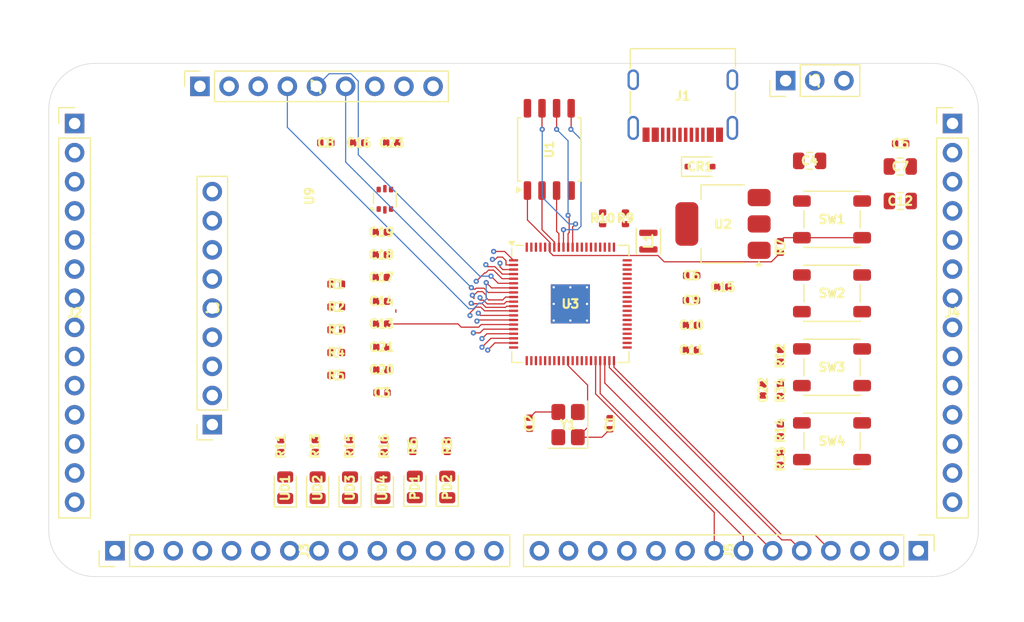
<source format=kicad_pcb>
(kicad_pcb (version 20241229) (generator "pcbnew") (generator_version "9.0")
  (layers (0 "F.Cu" signal) (4 "In1.Cu" signal) (6 "In2.Cu" signal) (2 "B.Cu" signal) (13 "F.Paste" user) (15 "B.Paste" user) (5 "F.SilkS" user "F.Silkscreen") (7 "B.SilkS" user "B.Silkscreen") (1 "F.Mask" user) (3 "B.Mask" user) (25 "Edge.Cuts" user))
  (net 0 "")
  (net 1 "/XIN")
  (net 2 "GND")
  (net 3 "Net-(C2-Pad1)")
  (net 4 "+3V3")
  (net 5 "VBUS")
  (net 6 "+1V1")
  (net 7 "/VREG_AVDD")
  (net 8 "/GPIO21")
  (net 9 "/GPIO26")
  (net 14 "Net-(J1-D+-PadA6)")
  (net 15 "Net-(J1-D--PadA7)")
  (net 16 "UVBUS")
  (net 17 "Net-(J1-CC1)")
  (net 18 "Net-(J1-CC2)")
  (net 19 "/GPIO2")
  (net 20 "/GPIO11")
  (net 21 "/GPIO15")
  (net 22 "/GPIO9")
  (net 23 "/GPIO1")
  (net 24 "/GPIO17")
  (net 25 "/GPIO16")
  (net 26 "/GPIO13")
  (net 27 "/GPIO5")
  (net 28 "/GPIO6")
  (net 29 "/GPIO12")
  (net 30 "/GPIO0")
  (net 31 "/GPIO19")
  (net 32 "/GPIO18")
  (net 33 "/GPIO10")
  (net 34 "/GPIO22")
  (net 35 "/GPIO14")
  (net 36 "/GPIO7")
  (net 37 "/GPIO23")
  (net 38 "/GPIO4")
  (net 39 "/GPIO8")
  (net 40 "/GPIO3")
  (net 41 "/GPIO24")
  (net 42 "/GPIO20")
  (net 43 "/GPIO35")
  (net 44 "/GPIO41_ADC1")
  (net 45 "/GPIO40_ADC0")
  (net 46 "/GPIO30")
  (net 47 "/GPIO45_ADC5")
  (net 48 "/SWCLK")
  (net 49 "/GPIO39")
  (net 50 "/GPIO28")
  (net 51 "/GPIO32")
  (net 52 "/GPIO42_ADC2")
  (net 53 "/GPIO33")
  (net 54 "/GPIO43_ADC3")
  (net 55 "/GPIO31")
  (net 56 "/GPIO46_ADC6")
  (net 57 "/GPIO29")
  (net 58 "/GPIO34")
  (net 59 "/GPIO44_ADC4")
  (net 60 "/GPIO37")
  (net 61 "/GPIO27")
  (net 62 "/GPIO47_ADC7")
  (net 63 "/GPIO36")
  (net 64 "/GPIO25")
  (net 65 "/SWD")
  (net 66 "/GPIO38")
  (net 67 "Net-(PD1-A)")
  (net 68 "Net-(PD2-A)")
  (net 69 "/XOUT")
  (net 70 "Net-(R4-Pad1)")
  (net 71 "/~{USB_BOOT}")
  (net 72 "/FLASH_SS")
  (net 73 "Net-(U3-USB_DP)")
  (net 74 "/USB_D+")
  (net 75 "Net-(U3-USB_DM)")
  (net 76 "/USB_D-")
  (net 77 "Net-(UD1-A)")
  (net 78 "Net-(R12-Pad2)")
  (net 79 "Net-(UD2-A)")
  (net 80 "Net-(R14-Pad2)")
  (net 81 "Net-(UD3-A)")
  (net 82 "Net-(UD4-A)")
  (net 83 "/RUN")
  (net 84 "/VREG_LX")
  (net 85 "/QSPI_SD2")
  (net 86 "/QSPI_SD1")
  (net 87 "/QSPI_SCLK")
  (net 88 "/QSPI_SD0")
  (net 89 "/QSPI_SD3")
  (footprint "Capacitor_SMD:C_0402_1005Metric" (layer "F.Cu") (at 63.23 98.16 180)
    (property "Reference" "C17")
    (property "Value" "100n")
  )
  (footprint "Capacitor_SMD:C_0402_1005Metric" (layer "F.Cu") (at 63.25 102.22 180)
    (property "Reference" "C13")
    (property "Value" "100n")
  )
  (footprint "Capacitor_SMD:C_0402_1005Metric" (layer "F.Cu") (at 83.15 110.92 90)
    (property "Reference" "C1")
    (property "Value" "15p")
  )
  (footprint "Inductor_SMD:L_Murata_DFE201610P" (layer "F.Cu") (at 86.5 95 90)
    (property "Reference" "L1")
    (property "Value" "3.3u")
  )
  (footprint "Capacitor_SMD:C_0402_1005Metric" (layer "F.Cu") (at 90.27 98)
    (property "Reference" "C6")
    (property "Value" "4.7u")
  )
  (footprint "Capacitor_SMD:C_0805_2012Metric" (layer "F.Cu") (at 108.45 88.49)
    (property "Reference" "C7")
    (property "Value" "10u")
  )
  (footprint "Resistor_SMD:R_0402_1005Metric" (layer "F.Cu") (at 54.472 112.875 -90)
    (property "Reference" "R11")
    (property "Value" "3k")
  )
  (footprint "Package_TO_SOT_SMD:SOT-666" (layer "F.Cu") (at 63.5375 91.35 90)
    (property "Reference" "U9")
    (property "Value" "USBLC6-2P6")
  )
  (footprint "Capacitor_SMD:C_0402_1005Metric" (layer "F.Cu") (at 63.27 104.25 180)
    (property "Reference" "C21")
    (property "Value" "100n")
  )
  (footprint "Button_Switch_SMD:SW_SPST_PTS647_Sx38" (layer "F.Cu") (at 102.5 93.1)
    (property "Reference" "SW1")
    (property "Value" "BOOTSEL")
  )
  (footprint "Capacitor_SMD:C_0402_1005Metric" (layer "F.Cu") (at 108.48 86.5)
    (property "Reference" "C5")
    (property "Value" "4.7u")
  )
  (footprint "Resistor_SMD:R_0402_1005Metric" (layer "F.Cu") (at 98 95.51 90)
    (property "Reference" "R7")
    (property "Value" "1k")
  )
  (footprint "Capacitor_SMD:C_0805_2012Metric" (layer "F.Cu") (at 100.55 88)
    (property "Reference" "C4")
    (property "Value" "10u")
  )
  (footprint "Resistor_SMD:R_0402_1005Metric" (layer "F.Cu") (at 59.3 102.73)
    (property "Reference" "R3")
    (property "Value" "1k")
  )
  (footprint "Resistor_SMD:R_0402_1005Metric" (layer "F.Cu") (at 82.51 93.01 -90)
    (property "Reference" "R10")
    (property "Value" "27")
  )
  (footprint "Connector_PinHeader_2.54mm:PinHeader_1x14_P2.54mm_Vertical" (layer "F.Cu") (at 40.02 122 90)
    (property "Reference" "J3")
    (property "Value" "Conn_01x14_Pin")
  )
  (footprint "Resistor_SMD:R_0402_1005Metric" (layer "F.Cu") (at 57.472 112.865 -90)
    (property "Reference" "R13")
    (property "Value" "2k")
  )
  (footprint "LED_SMD:LED_0805_2012Metric" (layer "F.Cu") (at 60.5 116.5 90)
    (property "Reference" "UD3")
    (property "Value" "GREEN")
  )
  (footprint "Resistor_SMD:R_0402_1005Metric" (layer "F.Cu") (at 98 105 90)
    (property "Reference" "R12")
    (property "Value" "1k")
  )
  (footprint "Resistor_SMD:R_0402_1005Metric" (layer "F.Cu") (at 59.3 98.75)
    (property "Reference" "R1")
    (property "Value" "5.1k")
  )
  (footprint "Connector_PinHeader_2.54mm:PinHeader_1x03_P2.54mm_Vertical" (layer "F.Cu") (at 98.46 81 90)
    (property "Reference" "J6")
    (property "Value" "Conn_01x03_Pin")
  )
  (footprint "Resistor_SMD:R_0402_1005Metric" (layer "F.Cu") (at 98 111.5 90)
    (property "Reference" "R14")
    (property "Value" "1k")
  )
  (footprint "LED_SMD:LED_0805_2012Metric" (layer "F.Cu") (at 66.148 116.4375 90)
    (property "Reference" "PD1")
    (property "Value" "RED")
  )
  (footprint "Capacitor_SMD:C_0402_1005Metric" (layer "F.Cu") (at 90.25 100.1667)
    (property "Reference" "C9")
    (property "Value" "4.7u")
  )
  (footprint "Crystal:Crystal_SMD_3225-4Pin_3.2x2.5mm" (layer "F.Cu") (at 79.5 111 90)
    (property "Reference" "Y1")
    (property "Value" "ABM8-272-T3")
  )
  (footprint "Connector_PinHeader_2.54mm:PinHeader_1x14_P2.54mm_Vertical" (layer "F.Cu") (at 36.5 84.74)
    (property "Reference" "J2")
    (property "Value" "Conn_01x14_Pin")
  )
  (footprint "Resistor_SMD:R_0402_1005Metric" (layer "F.Cu") (at 98 107.99 90)
    (property "Reference" "R34")
    (property "Value" "10k")
  )
  (footprint "Button_Switch_SMD:SW_SPST_PTS647_Sx38" (layer "F.Cu") (at 102.5 112.45)
    (property "Reference" "SW4")
    (property "Value" "RIGHT")
  )
  (footprint "Capacitor_SMD:C_0402_1005Metric" (layer "F.Cu") (at 61.26 86.43)
    (property "Reference" "C16")
    (property "Value" "100n")
  )
  (footprint "LED_SMD:LED_0805_2012Metric" (layer "F.Cu") (at 68.972 116.4375 90)
    (property "Reference" "PD2")
    (property "Value" "GREEN")
  )
  (footprint "Capacitor_SMD:C_0402_1005Metric" (layer "F.Cu") (at 58.39 86.43)
    (property "Reference" "C8")
    (property "Value" "100n")
  )
  (footprint "Capacitor_SMD:C_0402_1005Metric" (layer "F.Cu") (at 63.29 108.22 180)
    (property "Reference" "C3")
    (property "Value" "100n")
  )
  (footprint "Resistor_SMD:R_0402_1005Metric" (layer "F.Cu") (at 59.3 106.71)
    (property "Reference" "R5")
    (property "Value" "33")
  )
  (footprint "Package_DFN_QFN:QFN-80-1EP_10x10mm_P0.4mm_EP3.4x3.4mm_ThermalVias" (layer "F.Cu") (at 79.7 100.475)
    (property "Reference" "U3")
    (property "Value" "RP2350_80QFN")
  )
  (footprint "Connector_PinSocket_2.54mm:PinSocket_1x09_P2.54mm_Vertical" (layer "F.Cu") (at 47.42 81.5 90)
    (property "Reference" "J7")
    (property "Value" "Conn_01x09_Socket")
  )
  (footprint "Capacitor_SMD:C_0402_1005Metric" (layer "F.Cu") (at 64.13 86.43)
    (property "Reference" "C23")
    (property "Value" "100n")
  )
  (footprint "Resistor_SMD:R_0402_1005Metric" (layer "F.Cu") (at 63.472 112.885 -90)
    (property "Reference" "R16")
    (property "Value" "510")
  )
  (footprint "Resistor_SMD:R_0402_1005Metric" (layer "F.Cu") (at 60.472 112.865 -90)
    (property "Reference" "R15")
    (property "Value" "1k")
  )
  (footprint "Capacitor_SMD:C_0805_2012Metric" (layer "F.Cu") (at 108.45 91.5)
    (property "Reference" "C12")
    (property "Value" "10u")
  )
  (footprint "Connector_PinHeader_2.54mm:PinHeader_1x14_P2.54mm_Vertical" (layer "F.Cu") (at 113 84.74)
    (property "Reference" "J4")
    (property "Value" "Conn_01x14_Pin")
  )
  (footprint "Button_Switch_SMD:SW_SPST_PTS647_Sx38" (layer "F.Cu") (at 102.5 99.55)
    (property "Reference" "SW2")
    (property "Value" "RESET")
  )
  (footprint "Capacitor_SMD:C_0402_1005Metric" (layer "F.Cu") (at 92.98 99)
    (property "Reference" "C15")
    (property "Value" "100n")
  )
  (footprint "Resistor_SMD:R_0402_1005Metric" (layer "F.Cu") (at 98 113.99 -90)
    (property "Reference" "R35")
    (property "Value" "10k")
  )
  (footprint "Resistor_SMD:R_0402_1005Metric" (layer "F.Cu") (at 65.972 112.885 90)
    (property "Reference" "R6")
    (property "Value" "5.1k")
  )
  (footprint "Capacitor_SMD:C_0402_1005Metric" (layer "F.Cu") (at 63.23 96.19 180)
    (property "Reference" "C18")
    (property "Value" "100n")
  )
  (footprint "Capacitor_SMD:C_0402_1005Metric" (layer "F.Cu") (at 63.25 100.25 180)
    (property "Reference" "C14")
    (property "Value" "100n")
  )
  (footprint "Capacitor_SMD:C_0402_1005Metric" (layer "F.Cu") (at 96.5 107.98 -90)
    (property "Reference" "C22")
    (property "Value" "100n")
  )
  (footprint "LED_SMD:LED_0805_2012Metric" (layer "F.Cu") (at 57.676 116.5 90)
    (property "Reference" "UD2")
    (property "Value" "YELLOW")
  )
  (footprint "Connector_PinHeader_2.54mm:PinHeader_1x14_P2.54mm_Vertical" (layer "F.Cu") (at 110.02 122 -90)
    (property "Reference" "J5")
    (property "Value" "Conn_01x14_Pin")
  )
  (footprint "Resistor_SMD:R_0402_1005Metric" (layer "F.Cu") (at 59.3 104.72)
    (property "Reference" "R4")
    (property "Value" "1k")
  )
  (footprint "Resistor_SMD:R_0402_1005Metric" (layer "F.Cu") (at 68.972 112.885 90)
    (property "Reference" "R8")
    (property "Value" "1k")
  )
  (footprint "Resistor_SMD:R_0402_1005Metric" (layer "F.Cu") (at 84.5 93.01 -90)
    (property "Reference" "R9")
    (property "Value" "27")
  )
  (footprint "Package_TO_SOT_SMD:SOT-223-3_TabPin2" (layer "F.Cu") (at 93 93.5 180)
    (property "Reference" "U2")
    (property "Value" "NCP1117-3.3_SOT223")
  )
  (footprint "Connector_USB:USB_C_Receptacle_G-Switch_GT-USB-7010ASV" (layer "F.Cu") (at 89.5 82 180)
    (property "Reference" "J1")
    (property "Value" "USB_C_Receptacle_USB2.0_14P")
  )
  (footprint "Resistor_SMD:R_0402_1005Metric" (layer "F.Cu") (at 59.3 100.74)
    (property "Reference" "R2")
    (property "Value" "5.1k")
  )
  (footprint "LED_SMD:LED_0805_2012Metric" (layer "F.Cu") (at 63.324 116.5 90)
    (property "Reference" "UD4")
    (property "Value" "BLUE")
  )
  (footprint "Capacitor_SMD:C_0402_1005Metric" (layer "F.Cu") (at 90.25 102.3333)
    (property "Reference" "C10")
    (property "Value" "4.7u")
  )
  (footprint "Package_SO:SOIC-8_5.3x5.3mm_P1.27mm" (layer "F.Cu") (at 77.865 87 90)
    (property "Reference" "U1")
    (property "Value" "W25Q128JVS")
  )
  (footprint "Capacitor_SMD:C_0402_1005Metric" (layer "F.Cu") (at 63.23 94.22 180)
    (property "Reference" "C19")
    (property "Value" "100n")
  )
  (footprint "Capacitor_SMD:C_0402_1005Metric" (layer "F.Cu") (at 63.27 106.22 180)
    (property "Reference" "C20")
    (property "Value" "100n")
  )
  (footprint "Connector_PinSocket_2.54mm:PinSocket_1x09_P2.54mm_Vertical" (layer "F.Cu") (at 48.5 111 180)
    (property "Reference" "J8")
    (property "Value" "Conn_01x09_Socket")
  )
  (footprint "LED_SMD:LED_0805_2012Metric" (layer "F.Cu") (at 54.852 116.5 90)
    (property "Reference" "UD1")
    (property "Value" "RED")
  )
  (footprint "Capacitor_SMD:C_0402_1005Metric" (layer "F.Cu") (at 90.25 104.5)
    (property "Reference" "C11")
    (property "Value" "100n")
  )
  (footprint "Capacitor_SMD:C_0402_1005Metric" (layer "F.Cu") (at 76.15 110.88 -90)
    (property "Reference" "C2")
    (property "Value" "15p")
  )
  (footprint "Diode_SMD:D_SOD-323F" (layer "F.Cu") (at 91 88.5)
    (property "Reference" "CR1")
    (property "Value" "BAT60JFILM")
  )
  (footprint "Button_Switch_SMD:SW_SPST_PTS647_Sx38" (layer "F.Cu") (at 102.5 106)
    (property "Reference" "SW3")
    (property "Value" "LEFT")
  )
  (gr_line (start 38.25 79.5) (end 111.25 79.5) (stroke (width 0.05)) (layer "Edge.Cuts"))
  (gr_line (start 111.25 124.25) (end 38.25 124.25) (stroke (width 0.05)) (layer "Edge.Cuts"))
  (gr_arc (start 111.25 79.5) (mid 114.078427 80.671573) (end 115.25 83.5) (stroke (width 0.05)) (layer "Edge.Cuts"))
  (gr_arc (start 115.25 120.25) (mid 114.078427 123.078427) (end 111.25 124.25) (stroke (width 0.05)) (layer "Edge.Cuts"))
  (gr_arc (start 38.25 124.25) (mid 35.421573 123.078427) (end 34.25 120.25) (stroke (width 0.05)) (layer "Edge.Cuts"))
  (gr_line (start 115.25 83.5) (end 115.25 120.25) (stroke (width 0.05)) (layer "Edge.Cuts"))
  (gr_arc (start 34.25 83.5) (mid 35.421573 80.671573) (end 38.25 79.5) (stroke (width 0.05)) (layer "Edge.Cuts"))
  (gr_line (start 34.25 120.25) (end 34.25 83.5) (stroke (width 0.05)) (layer "Edge.Cuts"))
  (segment (start 79.5 105.853196) (end 79.5 105.425) (width 0.1016) (layer "F.Cu") (net 1))
  (segment (start 81.2018 107.554996) (end 79.5 105.853196) (width 0.1016) (layer "F.Cu") (net 1))
  (segment (start 80.35 112.1) (end 81.2018 111.2482) (width 0.1016) (layer "F.Cu") (net 1))
  (segment (start 82.45 112.1) (end 83.15 111.4) (width 0.1016) (layer "F.Cu") (net 1))
  (segment (start 80.35 112.1) (end 82.45 112.1) (width 0.1016) (layer "F.Cu") (net 1))
  (segment (start 81.2018 111.2482) (end 81.2018 107.554996) (width 0.1016) (layer "F.Cu") (net 1))
  (segment (start 78.65 109.9) (end 76.65 109.9) (width 0.1016) (layer "F.Cu") (net 3))
  (segment (start 76.65 109.9) (end 76.15 110.4) (width 0.1016) (layer "F.Cu") (net 3))
  (segment (start 74.75 102.275) (end 71.932163 102.275) (width 0.1016) (layer "F.Cu") (net 4))
  (segment (start 73.003205 97.527157) (end 73.751048 98.275) (width 0.1016) (layer "F.Cu") (net 4))
  (segment (start 71.5 98.5) (end 72.235677 97.764323) (width 0.1016) (layer "F.Cu") (net 4))
  (segment (start 72.235677 97.764323) (end 72.330451 97.764323) (width 0.1016) (layer "F.Cu") (net 4))
  (segment (start 69.91 102.22) (end 70.19 102.5) (width 0.1016) (layer "F.Cu") (net 4))
  (segment (start 63.73 102.22) (end 69.91 102.22) (width 0.1016) (layer "F.Cu") (net 4))
  (segment (start 73.751048 98.275) (end 74.75 98.275) (width 0.1016) (layer "F.Cu") (net 4))
  (segment (start 71.932163 102.275) (end 71.707163 102.5) (width 0.1016) (layer "F.Cu") (net 4))
  (segment (start 72.330451 97.764323) (end 72.567617 97.527157) (width 0.1016) (layer "F.Cu") (net 4))
  (segment (start 72.567617 97.527157) (end 73.003205 97.527157) (width 0.1016) (layer "F.Cu") (net 4))
  (segment (start 71.707163 102.5) (end 70.19 102.5) (width 0.1016) (layer "F.Cu") (net 4))
  (via micro (at 71.5 98.5) (size 0.45) (drill 0.2) (layers "F.Cu" "B.Cu") (net 4))
  (segment (start 72.145147 100.155358) (end 71.846548 100.155358) (width 0.1016) (layer "F.Cu") (net 6))
  (segment (start 74.75 100.275) (end 74.120532 100.275) (width 0.1016) (layer "F.Cu") (net 6))
  (segment (start 71.846548 100.155358) (end 71.829619 100.138429) (width 0.1016) (layer "F.Cu") (net 6))
  (segment (start 73.923732 100.4718) (end 72.46159 100.4718) (width 0.1016) (layer "F.Cu") (net 6))
  (segment (start 72.46159 100.4718) (end 72.145147 100.155358) (width 0.1016) (layer "F.Cu") (net 6))
  (segment (start 74.120532 100.275) (end 73.923732 100.4718) (width 0.1016) (layer "F.Cu") (net 6))
  (segment (start 71.829619 100.138429) (end 71.829619 99.931158) (width 0.1016) (layer "F.Cu") (net 6))
  (via micro (at 71.829619 99.931158) (size 0.45) (drill 0.2) (layers "F.Cu" "B.Cu") (net 6))
  (segment (start 74.052942 99.875) (end 73.802006 100.125936) (width 0.1016) (layer "F.Cu") (net 20))
  (segment (start 72.355419 99.713364) (end 72.047413 99.405358) (width 0.1016) (layer "F.Cu") (net 20))
  (segment (start 71.303819 99.713364) (end 71.303819 99.996449) (width 0.1016) (layer "F.Cu") (net 20))
  (segment (start 71.232577 99.785935) (end 71.163293 99.716651) (width 0.1016) (layer "F.Cu") (net 20))
  (segment (start 71.303819 99.996449) (end 71.300818 99.996449) (width 0.1016) (layer "F.Cu") (net 20))
  (segment (start 74.75 99.875) (end 74.052942 99.875) (width 0.1016) (layer "F.Cu") (net 20))
  (segment (start 73.802006 100.125936) (end 72.56072 100.125936) (width 0.1016) (layer "F.Cu") (net 20))
  (segment (start 71.300818 99.996449) (end 71.232577 99.928208) (width 0.1016) (layer "F.Cu") (net 20))
  (segment (start 72.56072 100.125936) (end 72.355419 99.920635) (width 0.1016) (layer "F.Cu") (net 20))
  (segment (start 71.232577 99.928208) (end 71.232577 99.785935) (width 0.1016) (layer "F.Cu") (net 20))
  (segment (start 72.355419 99.920635) (end 72.355419 99.713364) (width 0.1016) (layer "F.Cu") (net 20))
  (segment (start 72.047413 99.405358) (end 71.611825 99.405358) (width 0.1016) (layer "F.Cu") (net 20))
  (segment (start 71.611825 99.405358) (end 71.303819 99.713364) (width 0.1016) (layer "F.Cu") (net 20))
  (via micro (at 71.163293 99.716651) (size 0.45) (drill 0.2) (layers "F.Cu" "B.Cu") (net 20))
  (segment (start 74.75 101.875) (end 71.657865 101.875) (width 0.1016) (layer "F.Cu") (net 21))
  (segment (start 71.657865 101.875) (end 71.558665 101.9742) (width 0.1016) (layer "F.Cu") (net 21))
  (via micro (at 71.558665 101.9742) (size 0.45) (drill 0.2) (layers "F.Cu" "B.Cu") (net 21))
  (segment (start 72.828749 99.075) (end 72.370461 98.616712) (width 0.1016) (layer "F.Cu") (net 22))
  (segment (start 74.75 99.075) (end 72.828749 99.075) (width 0.1016) (layer "F.Cu") (net 22))
  (via micro (at 72.370461 98.616712) (size 0.45) (drill 0.2) (layers "F.Cu" "B.Cu") (net 22))
  (segment (start 70.860368 100.893604) (end 71.255364 100.893604) (width 0.1016) (layer "B.Cu") (net 22))
  (segment (start 72.370461 100.064614) (end 72.370461 98.616712) (width 0.1016) (layer "B.Cu") (net 22))
  (segment (start 71.74101 100.407958) (end 72.027117 100.407958) (width 0.1016) (layer "B.Cu") (net 22))
  (segment (start 72.027117 100.407958) (end 72.370461 100.064614) (width 0.1016) (layer "B.Cu") (net 22))
  (segment (start 55.04 85.073236) (end 70.860368 100.893604) (width 0.1016) (layer "B.Cu") (net 22))
  (segment (start 71.255364 100.893604) (end 71.74101 100.407958) (width 0.1016) (layer "B.Cu") (net 22))
  (segment (start 55.04 81.5) (end 55.04 85.073236) (width 0.1016) (layer "B.Cu") (net 22))
  (segment (start 74.75 103.075) (end 72.425 103.075) (width 0.1016) (layer "F.Cu") (net 24))
  (segment (start 72.425 103.075) (end 72 103.5) (width 0.1016) (layer "F.Cu") (net 24))
  (via micro (at 72 103.5) (size 0.45) (drill 0.2) (layers "F.Cu" "B.Cu") (net 24))
  (segment (start 74.75 102.675) (end 72.148326 102.675) (width 0.1016) (layer "F.Cu") (net 25))
  (segment (start 71.25 103) (end 71.823326 103) (width 0.1016) (layer "F.Cu") (net 25))
  (segment (start 72.148326 102.675) (end 71.823326 103) (width 0.1016) (layer "F.Cu") (net 25))
  (via micro (at 71.25 103) (size 0.45) (drill 0.2) (layers "F.Cu" "B.Cu") (net 25))
  (segment (start 71.895294 100.758558) (end 71.459706 100.758558) (width 0.1016) (layer "F.Cu") (net 26))
  (segment (start 71.459706 100.758558) (end 70.954744 101.26352) (width 0.1016) (layer "F.Cu") (net 26))
  (segment (start 64.494744 100.98352) (end 64.494744 101.20612) (width 0.1016) (layer "F.Cu") (net 26))
  (segment (start 74.75 101.075) (end 72.211736 101.075) (width 0.1016) (layer "F.Cu") (net 26))
  (segment (start 72.211736 101.075) (end 71.895294 100.758558) (width 0.1016) (layer "F.Cu") (net 26))
  (via micro (at 70.954744 101.48612) (size 0.45) (drill 0.2) (layers "F.Cu" "B.Cu") (net 26))
  (segment (start 74.093535 97.075) (end 74.093535 96.703773) (width 0.1016) (layer "F.Cu") (net 27))
  (segment (start 74.093535 96.703773) (end 73.785529 96.395767) (width 0.1016) (layer "F.Cu") (net 27))
  (segment (start 73.349941 96.395767) (end 73.154452 96.591256) (width 0.1016) (layer "F.Cu") (net 27))
  (segment (start 73.154452 96.591256) (end 72.911851 96.591256) (width 0.1016) (layer "F.Cu") (net 27))
  (segment (start 73.785529 96.395767) (end 73.349941 96.395767) (width 0.1016) (layer "F.Cu") (net 27))
  (segment (start 74.75 97.075) (end 74.093535 97.075) (width 0.1016) (layer "F.Cu") (net 27))
  (via micro (at 72.911851 96.591256) (size 0.45) (drill 0.2) (layers "F.Cu" "B.Cu") (net 27))
  (segment (start 74.75 97.475) (end 73.804102 97.475) (width 0.1016) (layer "F.Cu") (net 28))
  (segment (start 73.567735 97.238634) (end 73.567735 96.921567) (width 0.1016) (layer "F.Cu") (net 28))
  (segment (start 73.804102 97.475) (end 73.567735 97.238634) (width 0.1016) (layer "F.Cu") (net 28))
  (via micro (at 73.567735 96.921567) (size 0.45) (drill 0.2) (layers "F.Cu" "B.Cu") (net 28))
  (segment (start 74.75 100.675) (end 74.148474 100.675) (width 0.1016) (layer "F.Cu") (net 29))
  (segment (start 74.148474 100.675) (end 74.050074 100.7734) (width 0.1016) (layer "F.Cu") (net 29))
  (segment (start 71.231266 100.56047) (end 71.0876 100.416804) (width 0.1016) (layer "F.Cu") (net 29))
  (segment (start 72.336663 100.7734) (end 72.02022 100.456958) (width 0.1016) (layer "F.Cu") (net 29))
  (segment (start 71.33478 100.456958) (end 71.231266 100.56047) (width 0.1016) (layer "F.Cu") (net 29))
  (segment (start 71.0876 100.416804) (end 71.057866 100.416804) (width 0.1016) (layer "F.Cu") (net 29))
  (segment (start 74.050074 100.7734) (end 72.336663 100.7734) (width 0.1016) (layer "F.Cu") (net 29))
  (segment (start 72.02022 100.456958) (end 71.33478 100.456958) (width 0.1016) (layer "F.Cu") (net 29))
  (via micro (at 71.057866 100.416804) (size 0.45) (drill 0.2) (layers "F.Cu" "B.Cu") (net 29))
  (segment (start 73.125 103.875) (end 72.5 104.5) (width 0.1016) (layer "F.Cu") (net 31))
  (segment (start 74.75 103.875) (end 73.125 103.875) (width 0.1016) (layer "F.Cu") (net 31))
  (via micro (at 72.5 104.5) (size 0.45) (drill 0.2) (layers "F.Cu" "B.Cu") (net 31))
  (segment (start 72.775 103.475) (end 72 104.25) (width 0.1016) (layer "F.Cu") (net 32))
  (segment (start 74.75 103.475) (end 72.775 103.475) (width 0.1016) (layer "F.Cu") (net 32))
  (via micro (at 72 104.25) (size 0.45) (drill 0.2) (layers "F.Cu" "B.Cu") (net 32))
  (segment (start 74.75 99.475) (end 72.543582 99.475) (width 0.1016) (layer "F.Cu") (net 33))
  (segment (start 71.073518 99.162857) (end 71.073518 99.057264) (width 0.1016) (layer "F.Cu") (net 33))
  (segment (start 71.381087 99.190851) (end 71.101512 99.190851) (width 0.1016) (layer "F.Cu") (net 33))
  (segment (start 72.543582 99.475) (end 72.172339 99.103758) (width 0.1016) (layer "F.Cu") (net 33))
  (segment (start 72.172339 99.103758) (end 71.486899 99.103758) (width 0.1016) (layer "F.Cu") (net 33))
  (segment (start 71.390446 99.20021) (end 71.381087 99.190851) (width 0.1016) (layer "F.Cu") (net 33))
  (segment (start 71.101512 99.190851) (end 71.073518 99.162857) (width 0.1016) (layer "F.Cu") (net 33))
  (segment (start 71.486899 99.103758) (end 71.390446 99.20021) (width 0.1016) (layer "F.Cu") (net 33))
  (via micro (at 71.073518 99.057264) (size 0.45) (drill 0.2) (layers "F.Cu" "B.Cu") (net 33))
  (segment (start 60.12 88.103746) (end 71.073518 99.057264) (width 0.1016) (layer "B.Cu") (net 33))
  (segment (start 60.12 81.5) (end 60.12 88.103746) (width 0.1016) (layer "B.Cu") (net 33))
  (segment (start 71.868142 101.475) (end 71.6775 101.284358) (width 0.1016) (layer "F.Cu") (net 35))
  (segment (start 74.75 101.475) (end 71.868142 101.475) (width 0.1016) (layer "F.Cu") (net 35))
  (via micro (at 71.6775 101.284358) (size 0.45) (drill 0.2) (layers "F.Cu" "B.Cu") (net 35))
  (segment (start 73.777575 97.875) (end 73.128131 97.225557) (width 0.1016) (layer "F.Cu") (net 36))
  (segment (start 74.75 97.875) (end 73.777575 97.875) (width 0.1016) (layer "F.Cu") (net 36))
  (segment (start 72.506547 97.225557) (end 72.336073 97.055083) (width 0.1016) (layer "F.Cu") (net 36))
  (segment (start 73.128131 97.225557) (end 72.506547 97.225557) (width 0.1016) (layer "F.Cu") (net 36))
  (via micro (at 72.336073 97.055083) (size 0.45) (drill 0.2) (layers "F.Cu" "B.Cu") (net 36))
  (segment (start 73.973905 95.898905) (end 73.015072 95.898905) (width 0.1016) (layer "F.Cu") (net 38))
  (segment (start 74.75 96.675) (end 73.973905 95.898905) (width 0.1016) (layer "F.Cu") (net 38))
  (via micro (at 73.015072 95.898905) (size 0.45) (drill 0.2) (layers "F.Cu" "B.Cu") (net 38))
  (segment (start 74.75 98.675) (end 73.407454 98.675) (width 0.1016) (layer "F.Cu") (net 39))
  (segment (start 73.407454 98.675) (end 72.785411 98.052957) (width 0.1016) (layer "F.Cu") (net 39))
  (via micro (at 72.785411 98.052957) (size 0.45) (drill 0.2) (layers "F.Cu" "B.Cu") (net 39))
  (segment (start 71.802957 98.052957) (end 72.785411 98.052957) (width 0.1016) (layer "B.Cu") (net 39))
  (segment (start 57.58 81.5) (end 58.6818 80.3982) (width 0.1016) (layer "B.Cu") (net 39))
  (segment (start 61.2218 81.043619) (end 61.2218 87.4718) (width 0.1016) (layer "B.Cu") (net 39))
  (segment (start 61.2218 87.4718) (end 71.802957 98.052957) (width 0.1016) (layer "B.Cu") (net 39))
  (segment (start 58.6818 80.3982) (end 60.576381 80.3982) (width 0.1016) (layer "B.Cu") (net 39))
  (segment (start 60.576381 80.3982) (end 61.2218 81.043619) (width 0.1016) (layer "B.Cu") (net 39))
  (segment (start 82.7 105.425) (end 82.7 107.38) (width 0.1016) (layer "F.Cu") (net 46))
  (segment (start 82.7 107.38) (end 97.32 122) (width 0.1016) (layer "F.Cu") (net 46))
  (segment (start 92.24 118.66203) (end 92.24 122) (width 0.1016) (layer "F.Cu") (net 50))
  (segment (start 81.9 108.32203) (end 92.24 118.66203) (width 0.1016) (layer "F.Cu") (net 50))
  (segment (start 81.9 105.425) (end 81.9 108.32203) (width 0.1016) (layer "F.Cu") (net 50))
  (segment (start 83.5 105.425) (end 83.5 105.998584) (width 0.1016) (layer "F.Cu") (net 51))
  (segment (start 83.5 105.998584) (end 98.125708 120.624292) (width 0.1016) (layer "F.Cu") (net 51))
  (segment (start 101.024292 120.624292) (end 102.4 122) (width 0.1016) (layer "F.Cu") (net 51))
  (segment (start 98.125708 120.624292) (end 101.024292 120.624292) (width 0.1016) (layer "F.Cu") (net 51))
  (segment (start 83.1 106.026526) (end 98.125074 121.0516) (width 0.1016) (layer "F.Cu") (net 55))
  (segment (start 83.1 105.425) (end 83.1 106.026526) (width 0.1016) (layer "F.Cu") (net 55))
  (segment (start 98.9116 121.0516) (end 99.86 122) (width 0.1016) (layer "F.Cu") (net 55))
  (segment (start 98.125074 121.0516) (end 98.9116 121.0516) (width 0.1016) (layer "F.Cu") (net 55))
  (segment (start 82.3 105.425) (end 82.3 108.295504) (width 0.1016) (layer "F.Cu") (net 57))
  (segment (start 94.78 120.775504) (end 94.78 122) (width 0.1016) (layer "F.Cu") (net 57))
  (segment (start 82.3 108.295504) (end 94.78 120.775504) (width 0.1016) (layer "F.Cu") (net 57))
  (segment (start 98.3 94.7) (end 98 95) (width 0.1016) (layer "F.Cu") (net 71))
  (segment (start 105.125 94.7) (end 99.875 94.7) (width 0.1016) (layer "F.Cu") (net 71))
  (segment (start 99.875 94.7) (end 98.3 94.7) (width 0.1016) (layer "F.Cu") (net 71))
  (segment (start 77.9 95.953196) (end 77.9 95.525) (width 0.1016) (layer "F.Cu") (net 72))
  (segment (start 98 96.02) (end 97.2182 96.8018) (width 0.1016) (layer "F.Cu") (net 72))
  (segment (start 97.2182 96.8018) (end 87.877564 96.8018) (width 0.1016) (layer "F.Cu") (net 72))
  (segment (start 77.9 95.096804) (end 77.9 95.525) (width 0.1016) (layer "F.Cu") (net 72))
  (segment (start 75.96 90.5875) (end 75.96 93.156804) (width 0.1016) (layer "F.Cu") (net 72))
  (segment (start 87.327564 96.2518) (end 78.198604 96.2518) (width 0.1016) (layer "F.Cu") (net 72))
  (segment (start 75.96 93.156804) (end 77.9 95.096804) (width 0.1016) (layer "F.Cu") (net 72))
  (segment (start 78.198604 96.2518) (end 77.9 95.953196) (width 0.1016) (layer "F.Cu") (net 72))
  (segment (start 87.877564 96.8018) (end 87.327564 96.2518) (width 0.1016) (layer "F.Cu") (net 72))
  (segment (start 78.7 94.343594) (end 78.7 95.525) (width 0.1016) (layer "F.Cu") (net 85))
  (segment (start 78.5 94.143594) (end 78.7 94.343594) (width 0.1016) (layer "F.Cu") (net 85))
  (segment (start 78.5 90.5875) (end 78.5 94.143594) (width 0.1016) (layer "F.Cu") (net 85))
  (segment (start 77.23 90.5875) (end 77.23 93.998862) (width 0.1016) (layer "F.Cu") (net 86))
  (segment (start 77.23 93.998862) (end 78.3 95.068862) (width 0.1016) (layer "F.Cu") (net 86))
  (segment (start 78.3 95.068862) (end 78.3 95.525) (width 0.1016) (layer "F.Cu") (net 86))
  (segment (start 79.5 95.525) (end 79.5 94.343594) (width 0.1016) (layer "F.Cu") (net 87))
  (segment (start 79.5 94.343594) (end 79.5984 94.245194) (width 0.1016) (layer "F.Cu") (net 87))
  (segment (start 78.5 83.4125) (end 78.5 85.25) (width 0.1016) (layer "F.Cu") (net 87))
  (segment (start 79.5984 94.245194) (end 79.5984 92.8484) (width 0.1016) (layer "F.Cu") (net 87))
  (segment (start 79.5984 92.8484) (end 79.5 92.75) (width 0.1016) (layer "F.Cu") (net 87))
  (via micro (at 79.5 92.75) (size 0.45) (drill 0.2) (layers "F.Cu" "B.Cu") (net 87))
  (via micro (at 78.5 85.25) (size 0.45) (drill 0.2) (layers "F.Cu" "B.Cu") (net 87))
  (segment (start 78.5 85.25) (end 79.5 86.25) (width 0.1016) (layer "B.Cu") (net 87))
  (segment (start 79.5 86.25) (end 79.5 92.75) (width 0.1016) (layer "B.Cu") (net 87))
  (segment (start 79.77 83.4125) (end 79.77 85.23) (width 0.1016) (layer "F.Cu") (net 88))
  (segment (start 79.77 85.23) (end 79.75 85.25) (width 0.1016) (layer "F.Cu") (net 88))
  (segment (start 79.1 95.525) (end 79.1 94) (width 0.1016) (layer "F.Cu") (net 88))
  (via micro (at 79.1 94) (size 0.45) (drill 0.2) (layers "F.Cu" "B.Cu") (net 88))
  (via micro (at 79.75 85.25) (size 0.45) (drill 0.2) (layers "F.Cu" "B.Cu") (net 88))
  (segment (start 80.6284 93.697498) (end 80.6284 86.1284) (width 0.1016) (layer "B.Cu") (net 88))
  (segment (start 80.325898 94) (end 80.6284 93.697498) (width 0.1016) (layer "B.Cu") (net 88))
  (segment (start 80.6284 86.1284) (end 79.75 85.25) (width 0.1016) (layer "B.Cu") (net 88))
  (segment (start 79.1 94) (end 80.325898 94) (width 0.1016) (layer "B.Cu") (net 88))
  (segment (start 77.23 85.23) (end 77.25 85.25) (width 0.1016) (layer "F.Cu") (net 89))
  (segment (start 79.9 93.7516) (end 80.1516 93.5) (width 0.1016) (layer "F.Cu") (net 89))
  (segment (start 77.23 83.4125) (end 77.23 85.23) (width 0.1016) (layer "F.Cu") (net 89))
  (segment (start 79.9 95.525) (end 79.9 93.7516) (width 0.1016) (layer "F.Cu") (net 89))
  (via micro (at 80.1516 93.5) (size 0.45) (drill 0.2) (layers "F.Cu" "B.Cu") (net 89))
  (via micro (at 77.25 85.25) (size 0.45) (drill 0.2) (layers "F.Cu" "B.Cu") (net 89))
  (segment (start 80.1516 93.5) (end 79.575702 93.5) (width 0.1016) (layer "B.Cu") (net 89))
  (segment (start 79.575702 93.5) (end 77.25 91.174298) (width 0.1016) (layer "B.Cu") (net 89))
  (segment (start 77.25 91.174298) (end 77.25 85.25) (width 0.1016) (layer "B.Cu") (net 89))
)
</source>
